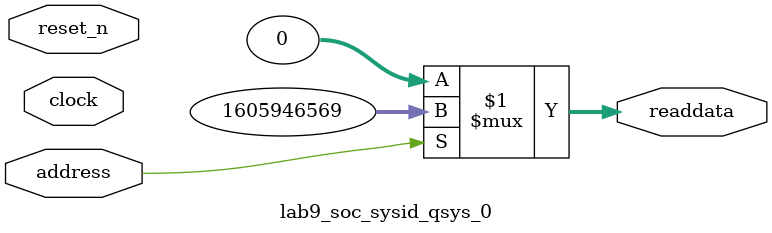
<source format=v>



// synthesis translate_off
`timescale 1ns / 1ps
// synthesis translate_on

// turn off superfluous verilog processor warnings 
// altera message_level Level1 
// altera message_off 10034 10035 10036 10037 10230 10240 10030 

module lab9_soc_sysid_qsys_0 (
               // inputs:
                address,
                clock,
                reset_n,

               // outputs:
                readdata
             )
;

  output  [ 31: 0] readdata;
  input            address;
  input            clock;
  input            reset_n;

  wire    [ 31: 0] readdata;
  //control_slave, which is an e_avalon_slave
  assign readdata = address ? 1605946569 : 0;

endmodule



</source>
